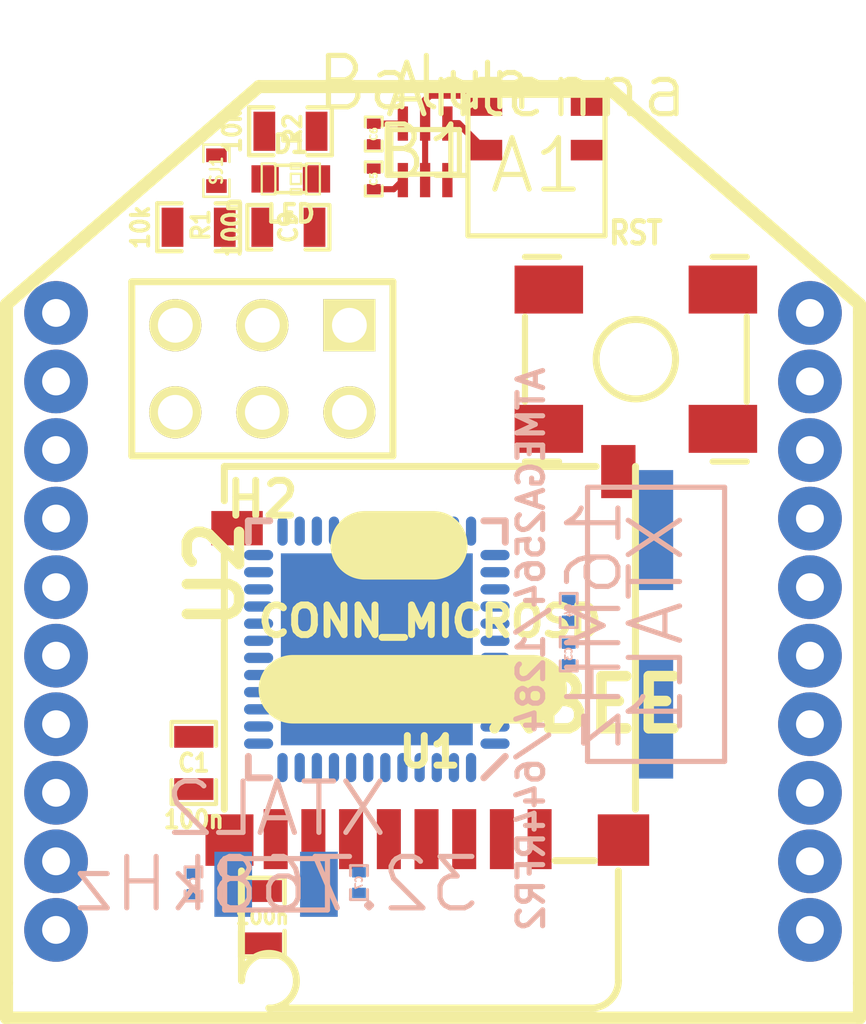
<source format=kicad_pcb>
(kicad_pcb (version 3) (host pcbnew "(2013-mar-13)-testing")

  (general
    (links 75)
    (no_connects 70)
    (area 0 0 0 0)
    (thickness 1.6)
    (drawings 0)
    (tracks 11)
    (zones 0)
    (modules 22)
    (nets 52)
  )

  (page A4)
  (layers
    (15 F.Cu signal)
    (0 B.Cu signal)
    (16 B.Adhes user hide)
    (17 F.Adhes user hide)
    (18 B.Paste user hide)
    (19 F.Paste user)
    (20 B.SilkS user)
    (21 F.SilkS user)
    (22 B.Mask user)
    (23 F.Mask user)
    (24 Dwgs.User user hide)
    (25 Cmts.User user hide)
    (26 Eco1.User user hide)
    (27 Eco2.User user hide)
    (28 Edge.Cuts user hide)
  )

  (setup
    (last_trace_width 0.2032)
    (trace_clearance 0.2032)
    (zone_clearance 0.508)
    (zone_45_only yes)
    (trace_min 0.1778)
    (segment_width 0.2)
    (edge_width 0.15)
    (via_size 0.889)
    (via_drill 0.635)
    (via_min_size 0.889)
    (via_min_drill 0.508)
    (uvia_size 0.508)
    (uvia_drill 0.127)
    (uvias_allowed yes)
    (uvia_min_size 0.508)
    (uvia_min_drill 0.127)
    (pcb_text_width 0.3)
    (pcb_text_size 1.5 1.5)
    (mod_edge_width 0.15)
    (mod_text_size 1.5 1.5)
    (mod_text_width 0.15)
    (pad_size 1.85928 1.85928)
    (pad_drill 0.8128)
    (pad_to_mask_clearance 0.2)
    (aux_axis_origin 0 0)
    (visible_elements FFFFEF7F)
    (pcbplotparams
      (layerselection 3178497)
      (usegerberextensions true)
      (excludeedgelayer true)
      (linewidth 0.150000)
      (plotframeref false)
      (viasonmask false)
      (mode 1)
      (useauxorigin false)
      (hpglpennumber 1)
      (hpglpenspeed 20)
      (hpglpendiameter 15)
      (hpglpenoverlay 2)
      (psnegative false)
      (psa4output false)
      (plotreference true)
      (plotvalue true)
      (plotothertext true)
      (plotinvisibletext false)
      (padsonsilk false)
      (subtractmaskfromsilk false)
      (outputformat 1)
      (mirror false)
      (drillshape 1)
      (scaleselection 1)
      (outputdirectory ""))
  )

  (net 0 "")
  (net 1 +3.3V)
  (net 2 GND)
  (net 3 MISO)
  (net 4 MOSI)
  (net 5 N-000001)
  (net 6 N-0000012)
  (net 7 N-0000016)
  (net 8 N-0000017)
  (net 9 N-0000018)
  (net 10 N-0000019)
  (net 11 N-0000024)
  (net 12 N-0000025)
  (net 13 N-0000027)
  (net 14 N-0000028)
  (net 15 N-0000032)
  (net 16 N-0000035)
  (net 17 N-0000036)
  (net 18 N-0000037)
  (net 19 N-0000038)
  (net 20 N-0000039)
  (net 21 N-000004)
  (net 22 N-0000040)
  (net 23 N-0000041)
  (net 24 N-0000042)
  (net 25 N-0000043)
  (net 26 N-0000044)
  (net 27 N-0000049)
  (net 28 N-000005)
  (net 29 N-0000050)
  (net 30 N-0000052)
  (net 31 NC)
  (net 32 PB4)
  (net 33 PB5)
  (net 34 PB6)
  (net 35 PE2)
  (net 36 PE3)
  (net 37 PE4)
  (net 38 PE5)
  (net 39 PF0)
  (net 40 PF1)
  (net 41 PF2)
  (net 42 PF3-4)
  (net 43 PF5)
  (net 44 PF6)
  (net 45 PF7)
  (net 46 RX)
  (net 47 Reset)
  (net 48 SCK)
  (net 49 SCL)
  (net 50 SDA)
  (net 51 TX)

  (net_class Default "This is the default net class."
    (clearance 0.2032)
    (trace_width 0.2032)
    (via_dia 0.889)
    (via_drill 0.635)
    (uvia_dia 0.508)
    (uvia_drill 0.127)
    (add_net "")
    (add_net +3.3V)
    (add_net GND)
    (add_net N-000001)
    (add_net N-0000012)
    (add_net N-0000017)
    (add_net N-0000018)
    (add_net N-0000019)
    (add_net N-0000024)
    (add_net N-0000025)
    (add_net N-0000027)
    (add_net N-0000028)
    (add_net N-0000032)
    (add_net N-0000035)
    (add_net N-0000036)
    (add_net N-0000037)
    (add_net N-0000038)
    (add_net N-0000039)
    (add_net N-000004)
    (add_net N-0000040)
    (add_net N-0000041)
    (add_net N-0000042)
    (add_net N-0000043)
    (add_net N-0000044)
    (add_net N-0000049)
    (add_net N-000005)
    (add_net N-0000052)
    (add_net NC)
    (add_net PB6)
    (add_net PE2)
    (add_net PF0)
    (add_net PF1)
    (add_net PF2)
    (add_net PF3-4)
    (add_net PF5)
    (add_net PF6)
    (add_net PF7)
    (add_net Reset)
    (add_net SCK)
    (add_net SCL)
    (add_net SDA)
  )

  (net_class uCPad ""
    (clearance 0.1778)
    (trace_width 0.1778)
    (via_dia 0.889)
    (via_drill 0.635)
    (uvia_dia 0.508)
    (uvia_drill 0.127)
    (add_net MISO)
    (add_net MOSI)
    (add_net N-0000016)
    (add_net N-0000050)
    (add_net PB4)
    (add_net PB5)
    (add_net PE3)
    (add_net PE4)
    (add_net PE5)
    (add_net RX)
    (add_net TX)
  )

  (module Switch_SMT_EVQ (layer F.Cu) (tedit 51C3E7B6) (tstamp 51C3A765)
    (at 154.51 106.76)
    (descr "EVQ-Q2F03W Compatible")
    (tags "Switch SMT")
    (path /51BB1BEA)
    (attr smd)
    (fp_text reference SW1 (at 0 0) (layer F.SilkS) hide
      (effects (font (size 0.7112 0.4572) (thickness 0.1016)))
    )
    (fp_text value RST (at 0 -3.683) (layer F.SilkS)
      (effects (font (size 0.6604 0.5588) (thickness 0.1397)))
    )
    (fp_line (start -2.24028 2.98704) (end -3.23596 2.98704) (layer F.SilkS) (width 0.1778))
    (fp_line (start 3.23596 2.98704) (end 2.24028 2.98704) (layer F.SilkS) (width 0.1778))
    (fp_line (start -3.23596 -2.98704) (end -2.24028 -2.98704) (layer F.SilkS) (width 0.1778))
    (fp_line (start 3.23596 -2.98704) (end 2.24028 -2.98704) (layer F.SilkS) (width 0.1778))
    (fp_line (start -3.23596 -1.2446) (end -3.23596 1.2446) (layer F.SilkS) (width 0.1778))
    (fp_line (start 3.23596 1.2446) (end 3.23596 -1.2446) (layer F.SilkS) (width 0.1778))
    (fp_circle (center 0 0) (end 1.143 0.1905) (layer F.SilkS) (width 0.2032))
    (pad "" smd rect (at 2.54 -2.032) (size 1.99898 1.39954)
      (layers F.Cu F.Paste F.Mask)
    )
    (pad "" smd rect (at 2.54 2.032) (size 1.99898 1.39954)
      (layers F.Cu F.Paste F.Mask)
    )
    (pad 1 smd rect (at -2.54 -2.032) (size 1.99898 1.39954)
      (layers F.Cu F.Paste F.Mask)
      (net 2 GND)
    )
    (pad 2 smd rect (at -2.54 2.032) (size 1.99898 1.39954)
      (layers F.Cu F.Paste F.Mask)
      (net 47 Reset)
    )
  )

  (module Memory_Card_microSD_DM3D-SF-NCPads (layer F.Cu) (tedit 51C16CE3) (tstamp 51BB2D3E)
    (at 148.5 121.39)
    (tags "Hirose DM3D-SF CONN microSD R/A Push-Pull SMD")
    (path /51BAA75F)
    (attr smd)
    (fp_text reference U1 (at 0 -3.175) (layer F.SilkS)
      (effects (font (size 0.8636 0.8636) (thickness 0.2032)))
    )
    (fp_text value CONN_MICROSD (at 0 -6.985) (layer F.SilkS)
      (effects (font (size 0.8636 0.8636) (thickness 0.2032)))
    )
    (fp_line (start -5.99948 -11.50112) (end 4.84886 -11.50112) (layer F.SilkS) (width 0.2032))
    (fp_arc (start -4.69646 3.5052) (end -5.49656 3.5052) (angle 270) (layer F.SilkS) (width 0.2032))
    (fp_line (start -5.99948 -7.00024) (end -5.99948 -8.99922) (layer F.SilkS) (width 0.2032))
    (fp_line (start 5.99948 -9.6012) (end 5.99948 -1.50114) (layer F.SilkS) (width 0.2032))
    (fp_line (start 5.4991 3.50012) (end 5.4991 0.29972) (layer F.SilkS) (width 0.2032))
    (fp_line (start -4.699 4.30022) (end 4.699 4.30022) (layer F.SilkS) (width 0.2032))
    (fp_line (start -5.4991 3.50012) (end -5.4991 0.29972) (layer F.SilkS) (width 0.2032))
    (fp_arc (start 4.70154 3.50266) (end 5.50164 3.50266) (angle 90) (layer F.SilkS) (width 0.2032))
    (fp_line (start 4.8006 0) (end 3.64998 0) (layer F.SilkS) (width 0.2032))
    (fp_line (start 5.99948 -9.99998) (end 5.99948 -9.64946) (layer F.SilkS) (width 0.2032))
    (fp_line (start 5.99948 -9.99998) (end 5.99948 -11.50112) (layer F.SilkS) (width 0.2032))
    (fp_line (start -5.99948 -10.50036) (end -5.99948 -11.50112) (layer F.SilkS) (width 0.2032))
    (fp_line (start -5.99948 -1.50114) (end -5.99948 -7.00024) (layer F.SilkS) (width 0.2032))
    (fp_line (start -1.89992 -9.19988) (end 0.09906 -9.19988) (layer F.SilkS) (width 1.99898))
    (fp_line (start 2.99974 -5.00126) (end -4.0005 -5.00126) (layer F.SilkS) (width 1.99898))
    (pad 1 smd rect (at 3.2004 -0.62738) (size 0.70104 1.75006)
      (layers F.Cu F.Paste F.Mask)
      (net 28 N-000005)
    )
    (pad 2 smd rect (at 2.10058 -0.62738) (size 0.70104 1.75006)
      (layers F.Cu F.Paste F.Mask)
      (net 35 PE2)
    )
    (pad 3 smd rect (at 1.00076 -0.62738) (size 0.70104 1.75006)
      (layers F.Cu F.Paste F.Mask)
      (net 4 MOSI)
    )
    (pad 4 smd rect (at -0.09906 -0.62738) (size 0.70104 1.75006)
      (layers F.Cu F.Paste F.Mask)
      (net 1 +3.3V)
    )
    (pad 5 smd rect (at -1.19888 -0.62738) (size 0.70104 1.75006)
      (layers F.Cu F.Paste F.Mask)
      (net 48 SCK)
    )
    (pad 6 smd rect (at -2.30124 -0.62738) (size 0.70104 1.75006)
      (layers F.Cu F.Paste F.Mask)
      (net 2 GND)
    )
    (pad 7 smd rect (at -3.40106 -0.62738) (size 0.70104 1.75006)
      (layers F.Cu F.Paste F.Mask)
      (net 3 MISO)
    )
    (pad 8 smd rect (at -4.50088 -0.62738) (size 0.70104 1.75006)
      (layers F.Cu F.Paste F.Mask)
      (net 5 N-000001)
    )
    (pad 10 smd rect (at 5.64896 -0.59944) (size 1.50114 1.50114)
      (layers F.Cu F.Paste F.Mask)
    )
    (pad 9 smd rect (at -5.84962 -0.59944) (size 1.39954 1.50114)
      (layers F.Cu F.Paste F.Mask)
      (net 2 GND)
    )
    (pad 10 smd rect (at -5.62864 -9.70026) (size 1.50114 1.00076)
      (layers F.Cu F.Paste F.Mask)
    )
    (pad 10 smd rect (at 5.4991 -11.35126) (size 1.00076 1.5494)
      (layers F.Cu F.Paste F.Mask)
    )
  )

  (module XBee_Board (layer F.Cu) (tedit 51BF01EB) (tstamp 51C06545)
    (at 148.59 105.41)
    (path /51BAD430)
    (fp_text reference U2 (at -6.35 7.62 90) (layer F.SilkS)
      (effects (font (thickness 0.3048)))
    )
    (fp_text value XBEE (at 4.445 11.43) (layer F.SilkS)
      (effects (font (thickness 0.3048)))
    )
    (fp_line (start -12.446 19.558) (end -12.446 20.574) (layer F.SilkS) (width 0.381))
    (fp_line (start 12.446 19.558) (end 12.446 20.574) (layer F.SilkS) (width 0.381))
    (fp_line (start -12.446 19.558) (end -12.446 -0.254) (layer F.SilkS) (width 0.381))
    (fp_line (start 12.446 0) (end 12.446 -0.254) (layer F.SilkS) (width 0.381))
    (fp_line (start 12.446 19.558) (end 12.446 0) (layer F.SilkS) (width 0.381))
    (fp_line (start -12.446 20.574) (end 12.446 20.574) (layer F.SilkS) (width 0.381))
    (fp_line (start 12.446 -0.254) (end 5.08 -6.604) (layer F.SilkS) (width 0.381))
    (fp_line (start -12.446 -0.254) (end -5.08 -6.604) (layer F.SilkS) (width 0.381))
    (fp_line (start -5.08 -6.604) (end 5.08 -6.604) (layer F.SilkS) (width 0.381))
    (pad 20 thru_hole circle (at 11.00074 0) (size 1.85928 1.85928) (drill 0.8128)
      (layers *.Cu)
      (net 39 PF0)
    )
    (pad 16 thru_hole circle (at 11.00074 8.001) (size 1.85928 1.85928) (drill 0.8128)
      (layers *.Cu)
      (net 44 PF6)
    )
    (pad 14 thru_hole circle (at 11.00074 11.99896) (size 1.85928 1.85928) (drill 0.8128)
      (layers *.Cu)
      (net 38 PE5)
    )
    (pad 15 thru_hole circle (at 11.00074 9.99998) (size 1.85928 1.85928) (drill 0.8128)
      (layers *.Cu)
      (net 43 PF5)
    )
    (pad 18 thru_hole circle (at 11.00074 4.0005) (size 1.85928 1.85928) (drill 0.8128)
      (layers *.Cu)
      (net 41 PF2)
    )
    (pad 17 thru_hole circle (at 11.00074 5.99948) (size 1.85928 1.85928) (drill 0.8128)
      (layers *.Cu)
      (net 42 PF3-4)
    )
    (pad 19 thru_hole circle (at 11.00074 1.99898) (size 1.85928 1.85928) (drill 0.8128)
      (layers *.Cu)
      (net 40 PF1)
    )
    (pad 12 thru_hole circle (at 11.00074 15.99946) (size 1.85928 1.85928) (drill 0.8128)
      (layers *.Cu)
      (net 45 PF7)
    )
    (pad 11 thru_hole circle (at 11.00074 18.00098) (size 1.85928 1.85928) (drill 0.8128)
      (layers *.Cu)
      (net 37 PE4)
    )
    (pad 13 thru_hole circle (at 11.00074 14.00048) (size 1.85928 1.85928) (drill 0.8128)
      (layers *.Cu)
      (net 49 SCL)
    )
    (pad 8 thru_hole circle (at -11.00074 14.00048) (size 1.85928 1.85928) (drill 0.8128)
      (layers *.Cu)
      (net 31 NC)
    )
    (pad 10 thru_hole circle (at -11.00074 18.00098) (size 1.85928 1.85928) (drill 0.8128)
      (layers *.Cu)
      (net 2 GND)
    )
    (pad 9 thru_hole circle (at -11.00074 15.99946) (size 1.85928 1.85928) (drill 0.8128)
      (layers *.Cu)
      (net 50 SDA)
    )
    (pad 2 thru_hole circle (at -11.00074 1.99898) (size 1.85928 1.85928) (drill 0.8128)
      (layers *.Cu)
      (net 51 TX)
    )
    (pad 4 thru_hole circle (at -11.00074 5.99948) (size 1.85928 1.85928) (drill 0.8128)
      (layers *.Cu)
      (net 34 PB6)
    )
    (pad 3 thru_hole circle (at -11.00074 4.0005) (size 1.85928 1.85928) (drill 0.8128)
      (layers *.Cu)
      (net 46 RX)
    )
    (pad 6 thru_hole circle (at -11.00074 9.99998) (size 1.85928 1.85928) (drill 0.8128)
      (layers *.Cu)
      (net 33 PB5)
    )
    (pad 7 thru_hole circle (at -11.00074 11.99896) (size 1.85928 1.85928) (drill 0.8128)
      (layers *.Cu)
      (net 32 PB4)
    )
    (pad 5 thru_hole circle (at -11.00074 8.001) (size 1.85928 1.85928) (drill 0.8128)
      (layers *.Cu)
      (net 47 Reset)
    )
    (pad 1 thru_hole circle (at -11.00074 0) (size 1.85928 1.85928) (drill 0.8128)
      (layers *.Cu)
      (net 1 +3.3V)
    )
    (model Radio/Xbee_patch.wrl
      (at (xyz 0 0 0))
      (scale (xyz 1 1 1))
      (rotate (xyz 270 0 0))
    )
  )

  (module 0603_Opendous (layer F.Cu) (tedit 4D41427C) (tstamp 51BB2BFF)
    (at 143.61 123.04 270)
    (path /51BB0317)
    (attr smd)
    (fp_text reference C2 (at 0.32512 0 360) (layer F.SilkS) hide
      (effects (font (size 0.127 0.127) (thickness 0.00254)))
    )
    (fp_text value 100n (at 0 0 360) (layer F.SilkS)
      (effects (font (size 0.4064 0.4064) (thickness 0.1016)))
    )
    (fp_line (start -0.39878 -0.65024) (end -1.15062 -0.65024) (layer F.SilkS) (width 0.127))
    (fp_line (start -1.15062 -0.65024) (end -1.15062 0.65024) (layer F.SilkS) (width 0.127))
    (fp_line (start -1.15062 0.65024) (end -0.39878 0.65024) (layer F.SilkS) (width 0.127))
    (fp_line (start 1.15062 -0.65024) (end 1.15062 0.65024) (layer F.SilkS) (width 0.127))
    (fp_line (start 1.15062 -0.65024) (end 0.39878 -0.65024) (layer F.SilkS) (width 0.127))
    (fp_line (start 1.15062 0.65024) (end 0.39878 0.65024) (layer F.SilkS) (width 0.127))
    (pad 1 smd rect (at -0.762 0 270) (size 0.635 1.143)
      (layers F.Cu F.Paste F.Mask)
      (net 2 GND)
    )
    (pad 2 smd rect (at 0.762 0 270) (size 0.635 1.143)
      (layers F.Cu F.Paste F.Mask)
      (net 24 N-0000042)
    )
    (model smd/chip_cms.wrl
      (at (xyz 0 0 0))
      (scale (xyz 0.08 0.08 0.08))
      (rotate (xyz 0 0 0))
    )
  )

  (module SM0603_Resistor (layer F.Cu) (tedit 5051B21B) (tstamp 51C2E21D)
    (at 141.75 102.91)
    (path /51BB1C5E)
    (attr smd)
    (fp_text reference R1 (at 0.0635 -0.0635 90) (layer F.SilkS)
      (effects (font (size 0.50038 0.4572) (thickness 0.1143)))
    )
    (fp_text value 10k (at -1.69926 0 90) (layer F.SilkS)
      (effects (font (size 0.508 0.4572) (thickness 0.1143)))
    )
    (fp_line (start -0.50038 -0.6985) (end -1.2065 -0.6985) (layer F.SilkS) (width 0.127))
    (fp_line (start -1.2065 -0.6985) (end -1.2065 0.6985) (layer F.SilkS) (width 0.127))
    (fp_line (start -1.2065 0.6985) (end -0.50038 0.6985) (layer F.SilkS) (width 0.127))
    (fp_line (start 1.2065 -0.6985) (end 0.50038 -0.6985) (layer F.SilkS) (width 0.127))
    (fp_line (start 1.2065 -0.6985) (end 1.2065 0.6985) (layer F.SilkS) (width 0.127))
    (fp_line (start 1.2065 0.6985) (end 0.50038 0.6985) (layer F.SilkS) (width 0.127))
    (pad 1 smd rect (at -0.762 0) (size 0.635 1.143)
      (layers F.Cu F.Paste F.Mask)
      (net 1 +3.3V)
    )
    (pad 2 smd rect (at 0.762 0) (size 0.635 1.143)
      (layers F.Cu F.Paste F.Mask)
      (net 47 Reset)
    )
    (model smd\resistors\R0603.wrl
      (at (xyz 0 0 0.001))
      (scale (xyz 0.5 0.5 0.5))
      (rotate (xyz 0 0 0))
    )
  )

  (module CSM-3X (layer B.Cu) (tedit 51BEAA3B) (tstamp 51BF8445)
    (at 155.1 114.495 270)
    (path /51BB0547)
    (fp_text reference XTAL1 (at 0 0 270) (layer B.SilkS)
      (effects (font (size 1.5 1.5) (thickness 0.15)) (justify mirror))
    )
    (fp_text value 16MHz (at 0 1.8 270) (layer B.SilkS)
      (effects (font (size 1.5 1.5) (thickness 0.15)) (justify mirror))
    )
    (fp_line (start -4 2) (end 4 2) (layer B.SilkS) (width 0.15))
    (fp_line (start 4 2) (end 4 -2) (layer B.SilkS) (width 0.15))
    (fp_line (start 4 -2) (end -4 -2) (layer B.SilkS) (width 0.15))
    (fp_line (start -4 -2) (end -4 2) (layer B.SilkS) (width 0.15))
    (pad 1 smd rect (at -2.75 0 270) (size 3.5 1)
      (layers B.Cu B.Paste B.Mask)
      (net 30 N-0000052)
    )
    (pad 2 smd rect (at 2.75 0 270) (size 3.5 1)
      (layers B.Cu B.Paste B.Mask)
      (net 25 N-0000043)
    )
  )

  (module 2450AT18D0100 (layer F.Cu) (tedit 51BF0027) (tstamp 51C1B5FC)
    (at 151.61 101.11)
    (path /51BF012F)
    (fp_text reference A1 (at 0 0) (layer F.SilkS)
      (effects (font (size 1.5 1.5) (thickness 0.15)))
    )
    (fp_text value Antenna (at 0 -2.2) (layer F.SilkS)
      (effects (font (size 1.5 1.5) (thickness 0.15)))
    )
    (fp_line (start -2 0) (end -2 -2.05) (layer F.SilkS) (width 0.15))
    (fp_line (start -2 -2.05) (end 2 -2.05) (layer F.SilkS) (width 0.15))
    (fp_line (start 2 -2.05) (end 2 2.05) (layer F.SilkS) (width 0.15))
    (fp_line (start 2 2.05) (end -2 2.05) (layer F.SilkS) (width 0.15))
    (fp_line (start -2 2.05) (end -2 0) (layer F.SilkS) (width 0.15))
    (pad 1 smd rect (at -1.5 -0.45) (size 1 0.6)
      (layers F.Cu F.Paste F.Mask)
      (net 10 N-0000019)
    )
    (pad 2 smd rect (at 1.5 -0.45) (size 1 0.6)
      (layers F.Cu F.Paste F.Mask)
      (net 2 GND)
    )
    (pad 2 smd rect (at 1.5 -1.75) (size 1 0.6)
      (layers F.Cu F.Paste F.Mask)
      (net 2 GND)
    )
    (pad 2 smd rect (at -1.5 -1.75) (size 1 0.6)
      (layers F.Cu F.Paste F.Mask)
      (net 2 GND)
    )
  )

  (module "Wuerth 748421245" (layer F.Cu) (tedit 51BEB766) (tstamp 51C1B60A)
    (at 148.36 100.71)
    (path /51BB20BE)
    (fp_text reference B1 (at 0 0) (layer F.SilkS)
      (effects (font (size 1.5 1.5) (thickness 0.15)))
    )
    (fp_text value Balun (at 0 -2) (layer F.SilkS)
      (effects (font (size 1.5 1.5) (thickness 0.15)))
    )
    (fp_line (start -1 -0.65) (end 1 -0.65) (layer F.SilkS) (width 0.15))
    (fp_line (start 1 -0.65) (end 1 0.65) (layer F.SilkS) (width 0.15))
    (fp_line (start 1 0.65) (end -1 0.65) (layer F.SilkS) (width 0.15))
    (fp_line (start -1 0.65) (end -1 -0.65) (layer F.SilkS) (width 0.15))
    (pad 1 smd rect (at 0.65 -0.825) (size 0.3 1)
      (layers F.Cu F.Paste F.Mask)
      (net 10 N-0000019)
    )
    (pad 2 smd rect (at 0 -0.825) (size 0.3 1)
      (layers F.Cu F.Paste F.Mask)
      (net 2 GND)
    )
    (pad 3 smd rect (at -0.65 -0.825) (size 0.3 1)
      (layers F.Cu F.Paste F.Mask)
      (net 8 N-0000017)
    )
    (pad 4 smd rect (at -0.65 0.825) (size 0.3 1)
      (layers F.Cu F.Paste F.Mask)
      (net 9 N-0000018)
    )
    (pad 5 smd rect (at 0 0.825) (size 0.3 1)
      (layers F.Cu F.Paste F.Mask)
      (net 2 GND)
    )
    (pad 6 smd rect (at 0.65 0.825) (size 0.3 1)
      (layers F.Cu F.Paste F.Mask)
      (net 21 N-000004)
    )
  )

  (module SM0603_Capa (layer F.Cu) (tedit 5051B1EC) (tstamp 51C262A1)
    (at 141.61 118.54 90)
    (path /51BB02F2)
    (attr smd)
    (fp_text reference C1 (at 0 0 180) (layer F.SilkS)
      (effects (font (size 0.508 0.4572) (thickness 0.1143)))
    )
    (fp_text value 100n (at -1.651 0 180) (layer F.SilkS)
      (effects (font (size 0.508 0.4572) (thickness 0.1143)))
    )
    (fp_line (start 0.50038 0.65024) (end 1.19888 0.65024) (layer F.SilkS) (width 0.11938))
    (fp_line (start -0.50038 0.65024) (end -1.19888 0.65024) (layer F.SilkS) (width 0.11938))
    (fp_line (start 0.50038 -0.65024) (end 1.19888 -0.65024) (layer F.SilkS) (width 0.11938))
    (fp_line (start -1.19888 -0.65024) (end -0.50038 -0.65024) (layer F.SilkS) (width 0.11938))
    (fp_line (start 1.19888 -0.635) (end 1.19888 0.635) (layer F.SilkS) (width 0.11938))
    (fp_line (start -1.19888 0.635) (end -1.19888 -0.635) (layer F.SilkS) (width 0.11938))
    (pad 1 smd rect (at -0.762 0 90) (size 0.635 1.143)
      (layers F.Cu F.Paste F.Mask)
      (net 2 GND)
    )
    (pad 2 smd rect (at 0.762 0 90) (size 0.635 1.143)
      (layers F.Cu F.Paste F.Mask)
      (net 26 N-0000044)
    )
    (model smd\capacitors\C0603.wrl
      (at (xyz 0 0 0.001))
      (scale (xyz 0.5 0.5 0.5))
      (rotate (xyz 0 0 0))
    )
  )

  (module SM0201_r (layer B.Cu) (tedit 5141B606) (tstamp 51C1B623)
    (at 146.43 122.03 270)
    (path /51BE8D06)
    (attr smd)
    (fp_text reference C7 (at 0 0 270) (layer B.SilkS)
      (effects (font (size 0.2 0.2) (thickness 0.05)) (justify mirror))
    )
    (fp_text value 22p (at 0 0 270) (layer B.SilkS) hide
      (effects (font (size 0.2 0.2) (thickness 0.05)) (justify mirror))
    )
    (fp_line (start 0.2 0.25) (end 0.45 0.25) (layer B.SilkS) (width 0.08))
    (fp_line (start 0.45 0.25) (end 0.5 0.25) (layer B.SilkS) (width 0.08))
    (fp_line (start 0.5 0.25) (end 0.5 -0.25) (layer B.SilkS) (width 0.08))
    (fp_line (start 0.5 -0.25) (end 0.2 -0.25) (layer B.SilkS) (width 0.08))
    (fp_line (start -0.2 0.25) (end -0.5 0.25) (layer B.SilkS) (width 0.08))
    (fp_line (start -0.5 0.25) (end -0.5 -0.25) (layer B.SilkS) (width 0.08))
    (fp_line (start -0.5 -0.25) (end -0.2 -0.25) (layer B.SilkS) (width 0.08))
    (pad 1 smd rect (at -0.3 0 270) (size 0.3 0.4)
      (layers B.Cu B.Paste B.Mask)
      (net 7 N-0000016)
    )
    (pad 2 smd rect (at 0.3 0 270) (size 0.3 0.4)
      (layers B.Cu B.Paste B.Mask)
      (net 2 GND)
    )
    (model smd/resistors/R0201.wrl
      (at (xyz 0 0 0))
      (scale (xyz 0.18 0.18 0.18))
      (rotate (xyz 0 0 0))
    )
  )

  (module SM0201_r (layer B.Cu) (tedit 5141B606) (tstamp 51C1B630)
    (at 141.6 122.07 270)
    (path /51BE8D1F)
    (attr smd)
    (fp_text reference C8 (at 0 0 270) (layer B.SilkS)
      (effects (font (size 0.2 0.2) (thickness 0.05)) (justify mirror))
    )
    (fp_text value 22p (at 0 0 270) (layer B.SilkS) hide
      (effects (font (size 0.2 0.2) (thickness 0.05)) (justify mirror))
    )
    (fp_line (start 0.2 0.25) (end 0.45 0.25) (layer B.SilkS) (width 0.08))
    (fp_line (start 0.45 0.25) (end 0.5 0.25) (layer B.SilkS) (width 0.08))
    (fp_line (start 0.5 0.25) (end 0.5 -0.25) (layer B.SilkS) (width 0.08))
    (fp_line (start 0.5 -0.25) (end 0.2 -0.25) (layer B.SilkS) (width 0.08))
    (fp_line (start -0.2 0.25) (end -0.5 0.25) (layer B.SilkS) (width 0.08))
    (fp_line (start -0.5 0.25) (end -0.5 -0.25) (layer B.SilkS) (width 0.08))
    (fp_line (start -0.5 -0.25) (end -0.2 -0.25) (layer B.SilkS) (width 0.08))
    (pad 1 smd rect (at -0.3 0 270) (size 0.3 0.4)
      (layers B.Cu B.Paste B.Mask)
      (net 6 N-0000012)
    )
    (pad 2 smd rect (at 0.3 0 270) (size 0.3 0.4)
      (layers B.Cu B.Paste B.Mask)
      (net 2 GND)
    )
    (model smd/resistors/R0201.wrl
      (at (xyz 0 0 0))
      (scale (xyz 0.18 0.18 0.18))
      (rotate (xyz 0 0 0))
    )
  )

  (module pin_array_3x2 (layer F.Cu) (tedit 42931587) (tstamp 51C3EE38)
    (at 143.61 107.04 180)
    (descr "Double rangee de contacts 2 x 4 pins")
    (tags CONN)
    (path /51BE9A19)
    (fp_text reference H2 (at 0 -3.81 180) (layer F.SilkS)
      (effects (font (size 1.016 1.016) (thickness 0.2032)))
    )
    (fp_text value ICSP (at 0 3.81 180) (layer F.SilkS) hide
      (effects (font (size 1.016 1.016) (thickness 0.2032)))
    )
    (fp_line (start 3.81 2.54) (end -3.81 2.54) (layer F.SilkS) (width 0.2032))
    (fp_line (start -3.81 -2.54) (end 3.81 -2.54) (layer F.SilkS) (width 0.2032))
    (fp_line (start 3.81 -2.54) (end 3.81 2.54) (layer F.SilkS) (width 0.2032))
    (fp_line (start -3.81 2.54) (end -3.81 -2.54) (layer F.SilkS) (width 0.2032))
    (pad 1 thru_hole rect (at -2.54 1.27 180) (size 1.524 1.524) (drill 1.016)
      (layers *.Cu *.Mask F.SilkS)
      (net 3 MISO)
    )
    (pad 2 thru_hole circle (at -2.54 -1.27 180) (size 1.524 1.524) (drill 1.016)
      (layers *.Cu *.Mask F.SilkS)
      (net 1 +3.3V)
    )
    (pad 3 thru_hole circle (at 0 1.27 180) (size 1.524 1.524) (drill 1.016)
      (layers *.Cu *.Mask F.SilkS)
      (net 48 SCK)
    )
    (pad 4 thru_hole circle (at 0 -1.27 180) (size 1.524 1.524) (drill 1.016)
      (layers *.Cu *.Mask F.SilkS)
      (net 4 MOSI)
    )
    (pad 5 thru_hole circle (at 2.54 1.27 180) (size 1.524 1.524) (drill 1.016)
      (layers *.Cu *.Mask F.SilkS)
      (net 47 Reset)
    )
    (pad 6 thru_hole circle (at 2.54 -1.27 180) (size 1.524 1.524) (drill 1.016)
      (layers *.Cu *.Mask F.SilkS)
      (net 2 GND)
    )
    (model pin_array/pins_array_3x2.wrl
      (at (xyz 0 0 0))
      (scale (xyz 1 1 1))
      (rotate (xyz 0 0 0))
    )
  )

  (module SM0603_Resistor (layer F.Cu) (tedit 5051B21B) (tstamp 51C2DF99)
    (at 144.43 100.11)
    (path /51BB1522)
    (attr smd)
    (fp_text reference R2 (at 0.0635 -0.0635 90) (layer F.SilkS)
      (effects (font (size 0.50038 0.4572) (thickness 0.1143)))
    )
    (fp_text value 10k (at -1.69926 0 90) (layer F.SilkS)
      (effects (font (size 0.508 0.4572) (thickness 0.1143)))
    )
    (fp_line (start -0.50038 -0.6985) (end -1.2065 -0.6985) (layer F.SilkS) (width 0.127))
    (fp_line (start -1.2065 -0.6985) (end -1.2065 0.6985) (layer F.SilkS) (width 0.127))
    (fp_line (start -1.2065 0.6985) (end -0.50038 0.6985) (layer F.SilkS) (width 0.127))
    (fp_line (start 1.2065 -0.6985) (end 0.50038 -0.6985) (layer F.SilkS) (width 0.127))
    (fp_line (start 1.2065 -0.6985) (end 1.2065 0.6985) (layer F.SilkS) (width 0.127))
    (fp_line (start 1.2065 0.6985) (end 0.50038 0.6985) (layer F.SilkS) (width 0.127))
    (pad 1 smd rect (at -0.762 0) (size 0.635 1.143)
      (layers F.Cu F.Paste F.Mask)
      (net 12 N-0000025)
    )
    (pad 2 smd rect (at 0.762 0) (size 0.635 1.143)
      (layers F.Cu F.Paste F.Mask)
      (net 11 N-0000024)
    )
    (model smd\resistors\R0603.wrl
      (at (xyz 0 0 0.001))
      (scale (xyz 0.5 0.5 0.5))
      (rotate (xyz 0 0 0))
    )
  )

  (module SM0402 (layer F.Cu) (tedit 50A4E0BA) (tstamp 51C1B656)
    (at 142.27 101.26 90)
    (path /51C12882)
    (attr smd)
    (fp_text reference SJ1 (at 0 0 90) (layer F.SilkS)
      (effects (font (size 0.35052 0.3048) (thickness 0.07112)))
    )
    (fp_text value SMTJPR (at 0.09906 0 90) (layer F.SilkS) hide
      (effects (font (size 0.35052 0.3048) (thickness 0.07112)))
    )
    (fp_line (start -0.254 -0.381) (end -0.762 -0.381) (layer F.SilkS) (width 0.07112))
    (fp_line (start -0.762 -0.381) (end -0.762 0.381) (layer F.SilkS) (width 0.07112))
    (fp_line (start -0.762 0.381) (end -0.254 0.381) (layer F.SilkS) (width 0.07112))
    (fp_line (start 0.254 -0.381) (end 0.762 -0.381) (layer F.SilkS) (width 0.07112))
    (fp_line (start 0.762 -0.381) (end 0.762 0.381) (layer F.SilkS) (width 0.07112))
    (fp_line (start 0.762 0.381) (end 0.254 0.381) (layer F.SilkS) (width 0.07112))
    (pad 1 smd rect (at -0.44958 0 90) (size 0.39878 0.59944)
      (layers F.Cu F.Paste F.Mask)
      (net 1 +3.3V)
    )
    (pad 2 smd rect (at 0.44958 0 90) (size 0.39878 0.59944)
      (layers F.Cu F.Paste F.Mask)
      (net 12 N-0000025)
    )
    (model smd\chip_cms.wrl
      (at (xyz 0 0 0.002))
      (scale (xyz 0.05 0.05 0.05))
      (rotate (xyz 0 0 0))
    )
  )

  (module SM0201_r (layer B.Cu) (tedit 5141B606) (tstamp 51BB2C13)
    (at 152.55 114.09 90)
    (path /51BB05DD)
    (attr smd)
    (fp_text reference C4 (at 0 0 90) (layer B.SilkS)
      (effects (font (size 0.2 0.2) (thickness 0.05)) (justify mirror))
    )
    (fp_text value 39p (at 0 0 90) (layer B.SilkS) hide
      (effects (font (size 0.2 0.2) (thickness 0.05)) (justify mirror))
    )
    (fp_line (start 0.2 0.25) (end 0.45 0.25) (layer B.SilkS) (width 0.08))
    (fp_line (start 0.45 0.25) (end 0.5 0.25) (layer B.SilkS) (width 0.08))
    (fp_line (start 0.5 0.25) (end 0.5 -0.25) (layer B.SilkS) (width 0.08))
    (fp_line (start 0.5 -0.25) (end 0.2 -0.25) (layer B.SilkS) (width 0.08))
    (fp_line (start -0.2 0.25) (end -0.5 0.25) (layer B.SilkS) (width 0.08))
    (fp_line (start -0.5 0.25) (end -0.5 -0.25) (layer B.SilkS) (width 0.08))
    (fp_line (start -0.5 -0.25) (end -0.2 -0.25) (layer B.SilkS) (width 0.08))
    (pad 1 smd rect (at -0.3 0 90) (size 0.3 0.4)
      (layers B.Cu B.Paste B.Mask)
      (net 30 N-0000052)
    )
    (pad 2 smd rect (at 0.3 0 90) (size 0.3 0.4)
      (layers B.Cu B.Paste B.Mask)
      (net 2 GND)
    )
    (model smd/resistors/R0201.wrl
      (at (xyz 0 0 0))
      (scale (xyz 0.18 0.18 0.18))
      (rotate (xyz 0 0 0))
    )
  )

  (module SM0201_r (layer B.Cu) (tedit 5141B606) (tstamp 51BB2C09)
    (at 152.55 115.36 270)
    (path /51BB05D0)
    (attr smd)
    (fp_text reference C3 (at 0 0 270) (layer B.SilkS)
      (effects (font (size 0.2 0.2) (thickness 0.05)) (justify mirror))
    )
    (fp_text value 39p (at 0 0 270) (layer B.SilkS) hide
      (effects (font (size 0.2 0.2) (thickness 0.05)) (justify mirror))
    )
    (fp_line (start 0.2 0.25) (end 0.45 0.25) (layer B.SilkS) (width 0.08))
    (fp_line (start 0.45 0.25) (end 0.5 0.25) (layer B.SilkS) (width 0.08))
    (fp_line (start 0.5 0.25) (end 0.5 -0.25) (layer B.SilkS) (width 0.08))
    (fp_line (start 0.5 -0.25) (end 0.2 -0.25) (layer B.SilkS) (width 0.08))
    (fp_line (start -0.2 0.25) (end -0.5 0.25) (layer B.SilkS) (width 0.08))
    (fp_line (start -0.5 0.25) (end -0.5 -0.25) (layer B.SilkS) (width 0.08))
    (fp_line (start -0.5 -0.25) (end -0.2 -0.25) (layer B.SilkS) (width 0.08))
    (pad 1 smd rect (at -0.3 0 270) (size 0.3 0.4)
      (layers B.Cu B.Paste B.Mask)
      (net 25 N-0000043)
    )
    (pad 2 smd rect (at 0.3 0 270) (size 0.3 0.4)
      (layers B.Cu B.Paste B.Mask)
      (net 2 GND)
    )
    (model smd/resistors/R0201.wrl
      (at (xyz 0 0 0))
      (scale (xyz 0.18 0.18 0.18))
      (rotate (xyz 0 0 0))
    )
  )

  (module SM0201_r (layer F.Cu) (tedit 5141B606) (tstamp 51BB2C23)
    (at 146.86 100.19 270)
    (path /51BB0A79)
    (attr smd)
    (fp_text reference C6 (at 0 0 270) (layer F.SilkS)
      (effects (font (size 0.2 0.2) (thickness 0.05)))
    )
    (fp_text value 22p (at 0 0 270) (layer F.SilkS) hide
      (effects (font (size 0.2 0.2) (thickness 0.05)))
    )
    (fp_line (start 0.2 -0.25) (end 0.45 -0.25) (layer F.SilkS) (width 0.08))
    (fp_line (start 0.45 -0.25) (end 0.5 -0.25) (layer F.SilkS) (width 0.08))
    (fp_line (start 0.5 -0.25) (end 0.5 0.25) (layer F.SilkS) (width 0.08))
    (fp_line (start 0.5 0.25) (end 0.2 0.25) (layer F.SilkS) (width 0.08))
    (fp_line (start -0.2 -0.25) (end -0.5 -0.25) (layer F.SilkS) (width 0.08))
    (fp_line (start -0.5 -0.25) (end -0.5 0.25) (layer F.SilkS) (width 0.08))
    (fp_line (start -0.5 0.25) (end -0.2 0.25) (layer F.SilkS) (width 0.08))
    (pad 1 smd rect (at -0.3 0 270) (size 0.3 0.4)
      (layers F.Cu F.Paste F.Mask)
      (net 8 N-0000017)
    )
    (pad 2 smd rect (at 0.3 0 270) (size 0.3 0.4)
      (layers F.Cu F.Paste F.Mask)
      (net 27 N-0000049)
    )
    (model smd/resistors/R0201.wrl
      (at (xyz 0 0 0))
      (scale (xyz 0.18 0.18 0.18))
      (rotate (xyz 0 0 0))
    )
  )

  (module SM0201_r (layer F.Cu) (tedit 5141B606) (tstamp 51BB2C1B)
    (at 146.86 101.5 90)
    (path /51BB0A6C)
    (attr smd)
    (fp_text reference C5 (at 0 0 90) (layer F.SilkS)
      (effects (font (size 0.2 0.2) (thickness 0.05)))
    )
    (fp_text value 22p (at 0 0 90) (layer F.SilkS) hide
      (effects (font (size 0.2 0.2) (thickness 0.05)))
    )
    (fp_line (start 0.2 -0.25) (end 0.45 -0.25) (layer F.SilkS) (width 0.08))
    (fp_line (start 0.45 -0.25) (end 0.5 -0.25) (layer F.SilkS) (width 0.08))
    (fp_line (start 0.5 -0.25) (end 0.5 0.25) (layer F.SilkS) (width 0.08))
    (fp_line (start 0.5 0.25) (end 0.2 0.25) (layer F.SilkS) (width 0.08))
    (fp_line (start -0.2 -0.25) (end -0.5 -0.25) (layer F.SilkS) (width 0.08))
    (fp_line (start -0.5 -0.25) (end -0.5 0.25) (layer F.SilkS) (width 0.08))
    (fp_line (start -0.5 0.25) (end -0.2 0.25) (layer F.SilkS) (width 0.08))
    (pad 1 smd rect (at -0.3 0 90) (size 0.3 0.4)
      (layers F.Cu F.Paste F.Mask)
      (net 9 N-0000018)
    )
    (pad 2 smd rect (at 0.3 0 90) (size 0.3 0.4)
      (layers F.Cu F.Paste F.Mask)
      (net 29 N-0000050)
    )
    (model smd/resistors/R0201.wrl
      (at (xyz 0 0 0))
      (scale (xyz 0.18 0.18 0.18))
      (rotate (xyz 0 0 0))
    )
  )

  (module QFN50P700X700-49N-MeshThingWPad (layer B.Cu) (tedit 51C150E8) (tstamp 51C2E1AE)
    (at 146.95 115.225 90)
    (path /51BB00C4)
    (attr smd)
    (fp_text reference IC1 (at 0 -4.7498 90) (layer B.SilkS) hide
      (effects (font (size 0.7493 0.7493) (thickness 0.14986)) (justify mirror))
    )
    (fp_text value ATMEGA2564/1284/644RFR2 (at 0 4.50088 90) (layer B.SilkS)
      (effects (font (size 0.7493 0.7493) (thickness 0.14986)) (justify mirror))
    )
    (fp_line (start -3.1242 -3.74904) (end -3.74904 -3.74904) (layer B.SilkS) (width 0.20066))
    (fp_line (start -3.74904 -3.74904) (end -3.74904 -3.1242) (layer B.SilkS) (width 0.20066))
    (fp_line (start 3.74904 -3.1242) (end 3.74904 -3.74904) (layer B.SilkS) (width 0.20066))
    (fp_line (start 3.74904 -3.74904) (end 3.1242 -3.74904) (layer B.SilkS) (width 0.20066))
    (fp_line (start 3.1242 3.74904) (end 3.74904 3.74904) (layer B.SilkS) (width 0.20066))
    (fp_line (start 3.74904 3.74904) (end 3.74904 3.1242) (layer B.SilkS) (width 0.20066))
    (fp_line (start -3.74904 3.1242) (end -3.1242 3.74904) (layer B.SilkS) (width 0.20066))
    (pad 1 smd oval (at -3.44932 2.75082 90) (size 0.8509 0.29972)
      (layers B.Cu B.Paste B.Mask)
      (net 42 PF3-4)
    )
    (pad 2 smd oval (at -3.44932 2.25044 90) (size 0.8509 0.29972)
      (layers B.Cu B.Paste B.Mask)
      (net 43 PF5)
    )
    (pad 3 smd oval (at -3.44932 1.75006 90) (size 0.8509 0.29972)
      (layers B.Cu B.Paste B.Mask)
      (net 44 PF6)
    )
    (pad 4 smd oval (at -3.44932 1.24968 90) (size 0.8509 0.29972)
      (layers B.Cu B.Paste B.Mask)
      (net 45 PF7)
    )
    (pad 5 smd oval (at -3.44932 0.7493 90) (size 0.8509 0.29972)
      (layers B.Cu B.Paste B.Mask)
      (net 2 GND)
    )
    (pad 6 smd oval (at -3.44932 0.24892 90) (size 0.8509 0.29972)
      (layers B.Cu B.Paste B.Mask)
      (net 29 N-0000050)
    )
    (pad 7 smd oval (at -3.44932 -0.24892 90) (size 0.8509 0.29972)
      (layers B.Cu B.Paste B.Mask)
      (net 27 N-0000049)
    )
    (pad 8 smd oval (at -3.44932 -0.7493 90) (size 0.8509 0.29972)
      (layers B.Cu B.Paste B.Mask)
      (net 2 GND)
    )
    (pad 9 smd oval (at -3.44932 -1.24968 90) (size 0.8509 0.29972)
      (layers B.Cu B.Paste B.Mask)
      (net 2 GND)
    )
    (pad 10 smd oval (at -3.44932 -1.75006 90) (size 0.8509 0.29972)
      (layers B.Cu B.Paste B.Mask)
      (net 47 Reset)
    )
    (pad 11 smd oval (at -3.44932 -2.25044 90) (size 0.8509 0.29972)
      (layers B.Cu B.Paste B.Mask)
      (net 15 N-0000032)
    )
    (pad 12 smd oval (at -3.44932 -2.75082 90) (size 0.8509 0.29972)
      (layers B.Cu B.Paste B.Mask)
      (net 7 N-0000016)
    )
    (pad 25 smd oval (at 3.44932 -2.75082 90) (size 0.8509 0.29972)
      (layers B.Cu B.Paste B.Mask)
      (net 2 GND)
    )
    (pad 26 smd oval (at 3.44932 -2.25044 90) (size 0.8509 0.29972)
      (layers B.Cu B.Paste B.Mask)
      (net 14 N-0000028)
    )
    (pad 27 smd oval (at 3.44932 -1.75006 90) (size 0.8509 0.29972)
      (layers B.Cu B.Paste B.Mask)
      (net 48 SCK)
    )
    (pad 28 smd oval (at 3.44932 -1.24968 90) (size 0.8509 0.29972)
      (layers B.Cu B.Paste B.Mask)
      (net 4 MOSI)
    )
    (pad 29 smd oval (at 3.44932 -0.7493 90) (size 0.8509 0.29972)
      (layers B.Cu B.Paste B.Mask)
      (net 3 MISO)
    )
    (pad 30 smd oval (at 3.44932 -0.24892 90) (size 0.8509 0.29972)
      (layers B.Cu B.Paste B.Mask)
      (net 32 PB4)
    )
    (pad 31 smd oval (at 3.44932 0.24892 90) (size 0.8509 0.29972)
      (layers B.Cu B.Paste B.Mask)
      (net 33 PB5)
    )
    (pad 32 smd oval (at 3.44932 0.7493 90) (size 0.8509 0.29972)
      (layers B.Cu B.Paste B.Mask)
      (net 34 PB6)
    )
    (pad 33 smd oval (at 3.44932 1.24968 90) (size 0.8509 0.29972)
      (layers B.Cu B.Paste B.Mask)
      (net 13 N-0000027)
    )
    (pad 34 smd oval (at 3.44932 1.75006 90) (size 0.8509 0.29972)
      (layers B.Cu B.Paste B.Mask)
      (net 22 N-0000040)
    )
    (pad 35 smd oval (at 3.44932 2.25044 90) (size 0.8509 0.29972)
      (layers B.Cu B.Paste B.Mask)
      (net 20 N-0000039)
    )
    (pad 36 smd oval (at 3.44932 2.75082 90) (size 0.8509 0.29972)
      (layers B.Cu B.Paste B.Mask)
      (net 35 PE2)
    )
    (pad 13 smd oval (at -2.75082 -3.44932 90) (size 0.29972 0.8509)
      (layers B.Cu B.Paste B.Mask)
      (net 6 N-0000012)
    )
    (pad 14 smd oval (at -2.25044 -3.44932 90) (size 0.29972 0.8509)
      (layers B.Cu B.Paste B.Mask)
      (net 2 GND)
    )
    (pad 15 smd oval (at -1.75006 -3.44932 90) (size 0.29972 0.8509)
      (layers B.Cu B.Paste B.Mask)
      (net 26 N-0000044)
    )
    (pad 16 smd oval (at -1.24968 -3.44932 90) (size 0.29972 0.8509)
      (layers B.Cu B.Paste B.Mask)
      (net 1 +3.3V)
    )
    (pad 17 smd oval (at -0.7493 -3.44932 90) (size 0.29972 0.8509)
      (layers B.Cu B.Paste B.Mask)
      (net 49 SCL)
    )
    (pad 18 smd oval (at -0.24892 -3.44932 90) (size 0.29972 0.8509)
      (layers B.Cu B.Paste B.Mask)
      (net 50 SDA)
    )
    (pad 19 smd oval (at 0.24892 -3.44932 90) (size 0.29972 0.8509)
      (layers B.Cu B.Paste B.Mask)
      (net 46 RX)
    )
    (pad 20 smd oval (at 0.7493 -3.44932 90) (size 0.29972 0.8509)
      (layers B.Cu B.Paste B.Mask)
      (net 51 TX)
    )
    (pad 21 smd oval (at 1.24968 -3.44932 90) (size 0.29972 0.8509)
      (layers B.Cu B.Paste B.Mask)
      (net 18 N-0000037)
    )
    (pad 22 smd oval (at 1.75006 -3.44932 90) (size 0.29972 0.8509)
      (layers B.Cu B.Paste B.Mask)
      (net 17 N-0000036)
    )
    (pad 23 smd oval (at 2.25044 -3.44932 90) (size 0.29972 0.8509)
      (layers B.Cu B.Paste B.Mask)
      (net 16 N-0000035)
    )
    (pad 24 smd oval (at 2.75082 -3.44932 90) (size 0.29972 0.8509)
      (layers B.Cu B.Paste B.Mask)
      (net 23 N-0000041)
    )
    (pad 37 smd oval (at 2.75082 3.44932 90) (size 0.29972 0.8509)
      (layers B.Cu B.Paste B.Mask)
      (net 36 PE3)
    )
    (pad 38 smd oval (at 2.25044 3.44932 90) (size 0.29972 0.8509)
      (layers B.Cu B.Paste B.Mask)
      (net 37 PE4)
    )
    (pad 39 smd oval (at 1.75006 3.44932 90) (size 0.29972 0.8509)
      (layers B.Cu B.Paste B.Mask)
      (net 38 PE5)
    )
    (pad 40 smd oval (at 1.24968 3.44932 90) (size 0.29972 0.8509)
      (layers B.Cu B.Paste B.Mask)
      (net 19 N-0000038)
    )
    (pad 41 smd oval (at 0.7493 3.44932 90) (size 0.29972 0.8509)
      (layers B.Cu B.Paste B.Mask)
      (net 30 N-0000052)
    )
    (pad 42 smd oval (at 0.24892 3.44932 90) (size 0.29972 0.8509)
      (layers B.Cu B.Paste B.Mask)
      (net 25 N-0000043)
    )
    (pad 43 smd oval (at -0.24892 3.44932 90) (size 0.29972 0.8509)
      (layers B.Cu B.Paste B.Mask)
      (net 2 GND)
    )
    (pad 44 smd oval (at -0.7493 3.44932 90) (size 0.29972 0.8509)
      (layers B.Cu B.Paste B.Mask)
      (net 1 +3.3V)
    )
    (pad 45 smd oval (at -1.24968 3.44932 90) (size 0.29972 0.8509)
      (layers B.Cu B.Paste B.Mask)
      (net 24 N-0000042)
    )
    (pad 46 smd oval (at -1.75006 3.44932 90) (size 0.29972 0.8509)
      (layers B.Cu B.Paste B.Mask)
      (net 39 PF0)
    )
    (pad 47 smd oval (at -2.25044 3.44932 90) (size 0.29972 0.8509)
      (layers B.Cu B.Paste B.Mask)
      (net 40 PF1)
    )
    (pad 48 smd oval (at -2.75082 3.44932 90) (size 0.29972 0.8509)
      (layers B.Cu B.Paste B.Mask)
      (net 41 PF2)
    )
    (pad 49 smd rect (at 0 0 90) (size 5.6 5.6)
      (layers B.Cu B.Paste B.Mask)
      (net 2 GND)
    )
    (model QFN50P700X700-49N.wrl
      (at (xyz 0 0 0))
      (scale (xyz 1 1 1))
      (rotate (xyz 0 0 0))
    )
  )

  (module LED-0603 (layer F.Cu) (tedit 4E16AFB4) (tstamp 51C2DFB6)
    (at 144.44 101.5)
    (descr "LED 0603 smd package")
    (tags "LED led 0603 SMD smd SMT smt smdled SMDLED smtled SMTLED")
    (path /51BB1536)
    (attr smd)
    (fp_text reference D1 (at 0 -1.016) (layer F.SilkS)
      (effects (font (size 0.508 0.508) (thickness 0.127)))
    )
    (fp_text value LED (at 0 1.016) (layer F.SilkS)
      (effects (font (size 0.508 0.508) (thickness 0.127)))
    )
    (fp_line (start 0.44958 -0.44958) (end 0.44958 0.44958) (layer F.SilkS) (width 0.06604))
    (fp_line (start 0.44958 0.44958) (end 0.84836 0.44958) (layer F.SilkS) (width 0.06604))
    (fp_line (start 0.84836 -0.44958) (end 0.84836 0.44958) (layer F.SilkS) (width 0.06604))
    (fp_line (start 0.44958 -0.44958) (end 0.84836 -0.44958) (layer F.SilkS) (width 0.06604))
    (fp_line (start -0.84836 -0.44958) (end -0.84836 0.44958) (layer F.SilkS) (width 0.06604))
    (fp_line (start -0.84836 0.44958) (end -0.44958 0.44958) (layer F.SilkS) (width 0.06604))
    (fp_line (start -0.44958 -0.44958) (end -0.44958 0.44958) (layer F.SilkS) (width 0.06604))
    (fp_line (start -0.84836 -0.44958) (end -0.44958 -0.44958) (layer F.SilkS) (width 0.06604))
    (fp_line (start 0 -0.44958) (end 0 -0.29972) (layer F.SilkS) (width 0.06604))
    (fp_line (start 0 -0.29972) (end 0.29972 -0.29972) (layer F.SilkS) (width 0.06604))
    (fp_line (start 0.29972 -0.44958) (end 0.29972 -0.29972) (layer F.SilkS) (width 0.06604))
    (fp_line (start 0 -0.44958) (end 0.29972 -0.44958) (layer F.SilkS) (width 0.06604))
    (fp_line (start 0 0.29972) (end 0 0.44958) (layer F.SilkS) (width 0.06604))
    (fp_line (start 0 0.44958) (end 0.29972 0.44958) (layer F.SilkS) (width 0.06604))
    (fp_line (start 0.29972 0.29972) (end 0.29972 0.44958) (layer F.SilkS) (width 0.06604))
    (fp_line (start 0 0.29972) (end 0.29972 0.29972) (layer F.SilkS) (width 0.06604))
    (fp_line (start 0 -0.14986) (end 0 0.14986) (layer F.SilkS) (width 0.06604))
    (fp_line (start 0 0.14986) (end 0.29972 0.14986) (layer F.SilkS) (width 0.06604))
    (fp_line (start 0.29972 -0.14986) (end 0.29972 0.14986) (layer F.SilkS) (width 0.06604))
    (fp_line (start 0 -0.14986) (end 0.29972 -0.14986) (layer F.SilkS) (width 0.06604))
    (fp_line (start 0.44958 -0.39878) (end -0.44958 -0.39878) (layer F.SilkS) (width 0.1016))
    (fp_line (start 0.44958 0.39878) (end -0.44958 0.39878) (layer F.SilkS) (width 0.1016))
    (pad 1 smd rect (at -0.7493 0) (size 0.79756 0.79756)
      (layers F.Cu F.Paste F.Mask)
      (net 11 N-0000024)
    )
    (pad 2 smd rect (at 0.7493 0) (size 0.79756 0.79756)
      (layers F.Cu F.Paste F.Mask)
      (net 2 GND)
    )
  )

  (module SM0603_Capa (layer F.Cu) (tedit 5051B1EC) (tstamp 51C3A3DF)
    (at 144.37 102.91)
    (path /51C2F773)
    (attr smd)
    (fp_text reference C9 (at 0 0 90) (layer F.SilkS)
      (effects (font (size 0.508 0.4572) (thickness 0.1143)))
    )
    (fp_text value 100n (at -1.651 0 90) (layer F.SilkS)
      (effects (font (size 0.508 0.4572) (thickness 0.1143)))
    )
    (fp_line (start 0.50038 0.65024) (end 1.19888 0.65024) (layer F.SilkS) (width 0.11938))
    (fp_line (start -0.50038 0.65024) (end -1.19888 0.65024) (layer F.SilkS) (width 0.11938))
    (fp_line (start 0.50038 -0.65024) (end 1.19888 -0.65024) (layer F.SilkS) (width 0.11938))
    (fp_line (start -1.19888 -0.65024) (end -0.50038 -0.65024) (layer F.SilkS) (width 0.11938))
    (fp_line (start 1.19888 -0.635) (end 1.19888 0.635) (layer F.SilkS) (width 0.11938))
    (fp_line (start -1.19888 0.635) (end -1.19888 -0.635) (layer F.SilkS) (width 0.11938))
    (pad 1 smd rect (at -0.762 0) (size 0.635 1.143)
      (layers F.Cu F.Paste F.Mask)
      (net 1 +3.3V)
    )
    (pad 2 smd rect (at 0.762 0) (size 0.635 1.143)
      (layers F.Cu F.Paste F.Mask)
      (net 2 GND)
    )
    (model smd\capacitors\C0603.wrl
      (at (xyz 0 0 0.001))
      (scale (xyz 0.5 0.5 0.5))
      (rotate (xyz 0 0 0))
    )
  )

  (module CM315-Crystal (layer B.Cu) (tedit 51C39C04) (tstamp 51C3A3E9)
    (at 144.01 122.08 180)
    (path /51BE8BFD)
    (fp_text reference XTAL2 (at 0 2.2 180) (layer B.SilkS)
      (effects (font (size 1.5 1.5) (thickness 0.15)) (justify mirror))
    )
    (fp_text value 32.768kHz (at 0 0 180) (layer B.SilkS)
      (effects (font (size 1.5 1.5) (thickness 0.15)) (justify mirror))
    )
    (fp_line (start 1.5 -0.75) (end 1.5 0.75) (layer B.SilkS) (width 0.15))
    (fp_line (start 1.5 0.75) (end -1.5 0.75) (layer B.SilkS) (width 0.15))
    (fp_line (start -1.5 0.75) (end -1.5 -0.75) (layer B.SilkS) (width 0.15))
    (fp_line (start -1.5 -0.75) (end 1.5 -0.75) (layer B.SilkS) (width 0.15))
    (pad 1 smd rect (at 1.25 0 180) (size 1.1 1.9)
      (layers B.Cu B.Paste B.Mask)
      (net 6 N-0000012)
    )
    (pad 2 smd rect (at -1.25 0 180) (size 1.1 1.9)
      (layers B.Cu B.Paste B.Mask)
      (net 7 N-0000016)
    )
  )

  (segment (start 148.36 99.885) (end 148.36 99.2) (width 0.2032) (layer F.Cu) (net 2))
  (segment (start 149.81 99.06) (end 150.11 99.36) (width 0.2032) (layer F.Cu) (net 2) (tstamp 51C2DBA3))
  (segment (start 148.5 99.06) (end 149.81 99.06) (width 0.2032) (layer F.Cu) (net 2) (tstamp 51C2DBA2))
  (segment (start 148.36 99.2) (end 148.5 99.06) (width 0.2032) (layer F.Cu) (net 2) (tstamp 51C2DBA1))
  (segment (start 148.36 101.535) (end 148.36 99.885) (width 0.1778) (layer F.Cu) (net 2))
  (segment (start 146.86 99.89) (end 146.865 99.885) (width 0.1778) (layer F.Cu) (net 8))
  (segment (start 146.865 99.885) (end 147.71 99.885) (width 0.1778) (layer F.Cu) (net 8) (tstamp 51C41638))
  (segment (start 146.86 101.8) (end 147.445 101.8) (width 0.1778) (layer F.Cu) (net 9))
  (segment (start 147.445 101.8) (end 147.71 101.535) (width 0.1778) (layer F.Cu) (net 9) (tstamp 51C2DB9B))
  (segment (start 150.11 100.66) (end 149.335 99.885) (width 0.2032) (layer F.Cu) (net 10))
  (segment (start 149.335 99.885) (end 149.01 99.885) (width 0.2032) (layer F.Cu) (net 10) (tstamp 51C2DBA7))

  (zone (net 0) (net_name "") (layer B.Cu) (tstamp 51C168B5) (hatch edge 0.508)
    (connect_pads (clearance 0.508))
    (min_thickness 0.254)
    (keepout (tracks not_allowed) (vias not_allowed) (copperpour allowed))
    (fill (arc_segments 16) (thermal_gap 0.508) (thermal_bridge_width 0.508))
    (polygon
      (pts
        (xy 146.99 96.28) (xy 146.95 96.31) (xy 146.95 96.28)
      )
    )
  )
  (zone (net 0) (net_name "") (layer F.Cu) (tstamp 51C168C7) (hatch edge 0.508)
    (connect_pads (clearance 0.508))
    (min_thickness 0.254)
    (keepout (tracks not_allowed) (vias not_allowed) (copperpour allowed))
    (fill (arc_segments 16) (thermal_gap 0.508) (thermal_bridge_width 0.508))
    (polygon
      (pts
        (xy 146.97 96.31) (xy 146.95 96.31) (xy 146.95 96.29) (xy 146.97 96.29)
      )
    )
  )
  (zone (net 0) (net_name "") (layer F.Cu) (tstamp 51C168F4) (hatch edge 0.508)
    (connect_pads (clearance 0.508))
    (min_thickness 0.254)
    (keepout (tracks not_allowed) (vias not_allowed) (copperpour allowed))
    (fill (arc_segments 16) (thermal_gap 0.508) (thermal_bridge_width 0.508))
    (polygon
      (pts
        (xy 149.52 100.41) (xy 149.49 100.44) (xy 149.49 100.41)
      )
    )
  )
  (zone (net 2) (net_name GND) (layer F.Cu) (tstamp 51C20826) (hatch edge 0.508)
    (connect_pads (clearance 0.508))
    (min_thickness 0.254)
    (fill (arc_segments 16) (thermal_gap 0.508) (thermal_bridge_width 0.508))
    (polygon
      (pts
        (xy 154.02 102.85) (xy 153.58 102.85) (xy 153.58 100.93) (xy 152.61 100.93) (xy 152.61 100.38)
        (xy 153.57 100.38) (xy 153.57 99.62) (xy 152.63 99.62) (xy 152.63 99.02) (xy 150.6 99.02)
        (xy 150.6 99.66) (xy 149.61 99.66) (xy 149.61 99.14) (xy 149.51 99.14) (xy 149.51 98.72)
        (xy 154.02 98.72)
      )
    )
  )
)

</source>
